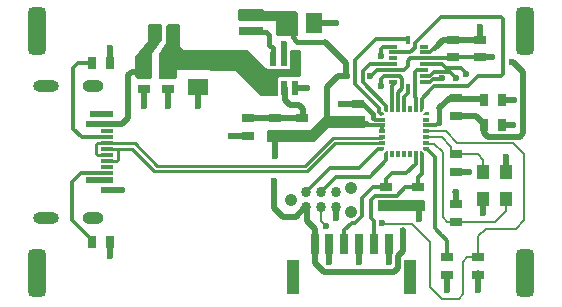
<source format=gbr>
%TF.GenerationSoftware,Altium Limited,DefaultClient, ()*%
G04 Layer_Physical_Order=1*
G04 Layer_Color=255*
%FSLAX26Y26*%
%MOIN*%
%TF.SameCoordinates,6A039D1A-918F-4F28-B2A4-8CF1FEB5A529*%
%TF.FilePolarity,Positive*%
%TF.FileFunction,Copper,L1,Top,Signal*%
%TF.Part,Single*%
G01*
G75*
%TA.AperFunction,SMDPad,CuDef*%
%ADD10R,0.031496X0.039370*%
%TA.AperFunction,ConnectorPad*%
%ADD11R,0.043307X0.023622*%
%ADD12R,0.043307X0.011811*%
%TA.AperFunction,SMDPad,CuDef*%
%ADD13R,0.066929X0.055118*%
%ADD14R,0.039370X0.031496*%
%TA.AperFunction,ConnectorPad*%
%ADD15R,0.078740X0.027559*%
%TA.AperFunction,SMDPad,CuDef*%
%ADD16R,0.055118X0.066929*%
%ADD17R,0.023622X0.047244*%
%ADD18R,0.029528X0.011811*%
%ADD19R,0.011811X0.029528*%
%ADD20R,0.011811X0.021654*%
%ADD21R,0.021654X0.011811*%
%ADD22R,0.011811X0.009842*%
%ADD23R,0.009842X0.011811*%
%TA.AperFunction,ConnectorPad*%
%ADD24R,0.039370X0.114173*%
%ADD25R,0.025591X0.066929*%
%TA.AperFunction,SMDPad,CuDef*%
%ADD26R,0.043307X0.051181*%
%TA.AperFunction,BGAPad,CuDef*%
%ADD27C,0.033976*%
%TA.AperFunction,Conductor*%
%ADD28C,0.019685*%
%ADD29C,0.011811*%
%ADD30C,0.010243*%
%ADD31C,0.015748*%
%ADD32C,0.007874*%
%TA.AperFunction,ComponentPad*%
%ADD33O,0.086614X0.039370*%
%ADD34O,0.070866X0.039370*%
%TA.AperFunction,ViaPad*%
G04:AMPARAMS|DCode=35|XSize=157.48mil|YSize=60mil|CornerRadius=15mil|HoleSize=0mil|Usage=FLASHONLY|Rotation=90.000|XOffset=0mil|YOffset=0mil|HoleType=Round|Shape=RoundedRectangle|*
%AMROUNDEDRECTD35*
21,1,0.157480,0.030000,0,0,90.0*
21,1,0.127480,0.060000,0,0,90.0*
1,1,0.030000,0.015000,0.063740*
1,1,0.030000,0.015000,-0.063740*
1,1,0.030000,-0.015000,-0.063740*
1,1,0.030000,-0.015000,0.063740*
%
%ADD35ROUNDEDRECTD35*%
%TA.AperFunction,ComponentPad*%
%ADD36C,0.042008*%
%TA.AperFunction,ViaPad*%
%ADD37C,0.023622*%
G36*
X-54134Y469488D02*
X52165D01*
X57087Y464567D01*
Y390748D01*
X53150Y386811D01*
X-8858D01*
X-14764Y392716D01*
Y436024D01*
X-16732Y437992D01*
X-138780D01*
X-142716Y441929D01*
Y472441D01*
X-138780Y476378D01*
X-61024D01*
X-54134Y469488D01*
D02*
G37*
G36*
X-394685Y423228D02*
Y372703D01*
X-430118Y325459D01*
Y250984D01*
X-437008Y244095D01*
X-476378D01*
X-484252Y249016D01*
Y252953D01*
X-484252Y317644D01*
X-441929Y370679D01*
X-441929Y423228D01*
X-438976Y426181D01*
X-397638D01*
X-394685Y423228D01*
D02*
G37*
G36*
X-335630Y420276D02*
Y353346D01*
X-323819Y341535D01*
X-112205D01*
X-49213Y278543D01*
X-45535D01*
Y277704D01*
X26844D01*
X31236Y277704D01*
X31496Y278543D01*
X31496Y282597D01*
X31496Y334806D01*
X35273Y338583D01*
X63152Y338583D01*
X66929Y334806D01*
Y255905D01*
X62008Y250984D01*
X-3937D01*
X-7874Y247047D01*
Y246208D01*
X-8134D01*
Y189701D01*
X-11811Y186024D01*
X-66929D01*
X-152559Y271654D01*
X-236220D01*
X-237205Y272638D01*
Y273622D01*
X-238189Y272638D01*
X-312008Y272638D01*
X-346457Y272638D01*
Y248031D01*
X-351378Y243110D01*
X-401452D01*
X-406496Y247594D01*
Y326772D01*
X-380906Y362205D01*
Y421260D01*
X-376969Y425197D01*
X-340551D01*
X-335630Y420276D01*
D02*
G37*
G36*
X475718Y139510D02*
X470010Y133802D01*
X463907D01*
Y153487D01*
X475718D01*
Y139510D01*
D02*
G37*
G36*
X357608Y133802D02*
X351506D01*
X345797Y139510D01*
Y153487D01*
X357608D01*
Y133802D01*
D02*
G37*
G36*
X495403Y121991D02*
X475718D01*
Y128093D01*
X481427Y133802D01*
X495403D01*
Y121991D01*
D02*
G37*
G36*
X345797Y128093D02*
Y121991D01*
X326112D01*
Y133802D01*
X340088D01*
X345797Y128093D01*
D02*
G37*
G36*
X281496Y119094D02*
Y81693D01*
X279528Y79724D01*
X156496D01*
X109252Y32480D01*
X-42323D01*
X-44291Y34449D01*
X-44291Y69634D01*
X-40107Y73819D01*
X96457D01*
X143701Y121063D01*
X279527D01*
X281496Y119094D01*
D02*
G37*
G36*
X495403Y3881D02*
X481427D01*
X475718Y9589D01*
Y15691D01*
X495403D01*
Y3881D01*
D02*
G37*
G36*
X345797Y9589D02*
X340088Y3881D01*
X326112D01*
Y15691D01*
X345797D01*
Y9589D01*
D02*
G37*
G36*
X475718Y-1828D02*
Y-15805D01*
X463907D01*
Y3881D01*
X470010D01*
X475718Y-1828D01*
D02*
G37*
G36*
X357608Y-15805D02*
X345797D01*
Y-1828D01*
X351506Y3881D01*
X357608D01*
Y-15805D01*
D02*
G37*
G36*
X482284Y-163063D02*
Y-192913D01*
X478346Y-196851D01*
X327756D01*
X323819Y-192913D01*
Y-161417D01*
X325517Y-159719D01*
X385827D01*
X389240Y-159040D01*
X477682Y-158487D01*
X482284Y-163063D01*
D02*
G37*
D10*
X-569882Y298228D02*
D03*
X-628937D02*
D03*
X-569882Y-298228D02*
D03*
X-628937D02*
D03*
X-416662Y399606D02*
D03*
X-357607D02*
D03*
X677145Y173228D02*
D03*
X736201D02*
D03*
X677145Y90551D02*
D03*
X736201D02*
D03*
D11*
X-579724Y125984D02*
D03*
Y94488D02*
D03*
Y-94488D02*
D03*
Y-125984D02*
D03*
D12*
Y68898D02*
D03*
Y49213D02*
D03*
Y29528D02*
D03*
Y9842D02*
D03*
Y-9842D02*
D03*
Y-29528D02*
D03*
Y-49213D02*
D03*
Y-68898D02*
D03*
D13*
X-276819Y307795D02*
D03*
Y217795D02*
D03*
D14*
X-375136Y267717D02*
D03*
Y208661D02*
D03*
X-456996Y267716D02*
D03*
Y208661D02*
D03*
X664538Y375000D02*
D03*
Y315945D02*
D03*
X582677Y179134D02*
D03*
Y120079D02*
D03*
X575113Y375000D02*
D03*
Y315945D02*
D03*
X582677Y-65731D02*
D03*
Y-6676D02*
D03*
Y-172807D02*
D03*
Y-231862D02*
D03*
X70866Y112205D02*
D03*
Y53150D02*
D03*
X-110236Y53150D02*
D03*
Y112205D02*
D03*
X255905Y159449D02*
D03*
Y100394D02*
D03*
X-19685Y112205D02*
D03*
Y53150D02*
D03*
X350394Y-116142D02*
D03*
Y-175197D02*
D03*
X456693Y-116142D02*
D03*
Y-175197D02*
D03*
X658465Y-410433D02*
D03*
Y-351378D02*
D03*
X555118Y-408827D02*
D03*
Y-349772D02*
D03*
D15*
X-100423Y402872D02*
D03*
Y459958D02*
D03*
D16*
X111929Y429134D02*
D03*
X21929D02*
D03*
D17*
X48953Y214712D02*
D03*
X11551D02*
D03*
X-25850D02*
D03*
Y309200D02*
D03*
X11551D02*
D03*
X48953D02*
D03*
D18*
X476378Y351703D02*
D03*
Y332018D02*
D03*
Y312333D02*
D03*
Y292647D02*
D03*
Y272962D02*
D03*
Y253278D02*
D03*
Y233592D02*
D03*
X374016D02*
D03*
Y253278D02*
D03*
Y272962D02*
D03*
Y292647D02*
D03*
Y312333D02*
D03*
Y332018D02*
D03*
Y351703D02*
D03*
D19*
X425197Y211939D02*
D03*
Y373356D02*
D03*
D20*
X450128Y-4978D02*
D03*
X430443D02*
D03*
X410758D02*
D03*
X391073D02*
D03*
X371388D02*
D03*
Y142660D02*
D03*
X391073D02*
D03*
X410758D02*
D03*
X430443D02*
D03*
X450128D02*
D03*
D21*
X336939Y29471D02*
D03*
Y49156D02*
D03*
Y68841D02*
D03*
Y88526D02*
D03*
Y108211D02*
D03*
X484577D02*
D03*
Y88526D02*
D03*
Y68841D02*
D03*
Y49156D02*
D03*
Y29471D02*
D03*
D22*
X487529Y9786D02*
D03*
X333986Y127896D02*
D03*
X487529D02*
D03*
X333986Y9786D02*
D03*
D23*
X469813Y145613D02*
D03*
X351702Y-7931D02*
D03*
X469813D02*
D03*
X351702Y145613D02*
D03*
D24*
X432087Y-417323D02*
D03*
X40354D02*
D03*
D25*
X359252Y-307087D02*
D03*
X211614D02*
D03*
X310039D02*
D03*
X260827D02*
D03*
X162402D02*
D03*
X113189D02*
D03*
D26*
X675197Y-155512D02*
D03*
X750000D02*
D03*
X675197Y-64961D02*
D03*
X750000D02*
D03*
D27*
X183858Y-133858D02*
D03*
X133858D02*
D03*
X83858D02*
D03*
X183858Y-183858D02*
D03*
X133858D02*
D03*
X83858D02*
D03*
D28*
X769685Y300197D02*
X770438Y299444D01*
X774375D01*
X808071Y265748D01*
Y62712D02*
Y265748D01*
X263780Y94488D02*
X287402D01*
X665522Y315945D02*
X703740D01*
X661742Y375000D02*
X663140Y373602D01*
X664533Y375005D02*
Y416334D01*
Y375005D02*
X664538Y375000D01*
X664528Y416339D02*
X664533Y416334D01*
X575113Y375000D02*
X661742D01*
X523609Y358255D02*
X539370Y374016D01*
X555593D01*
X664538Y316929D02*
X665522Y315945D01*
X657972Y-460138D02*
Y-405020D01*
X-112205Y53150D02*
X-111221Y52165D01*
X-637795Y-94488D02*
X-579724D01*
X-637795Y94488D02*
X-579724D01*
X-626968Y125984D02*
X-579724D01*
Y-125984D02*
X-527559D01*
X-508858Y256185D02*
X-497327Y267716D01*
X-508858Y114173D02*
Y256185D01*
X-497327Y267716D02*
X-456996D01*
X-579724Y94488D02*
X-528543D01*
X-508858Y114173D01*
X-569882Y298228D02*
Y347441D01*
Y-345472D02*
Y-298228D01*
X-21654Y-187992D02*
X5906Y-215551D01*
X49768D01*
X-21654Y-187992D02*
Y-96457D01*
X218735Y253706D02*
Y297013D01*
X148622Y367126D02*
X218735Y297013D01*
X183858Y-183858D02*
X183957Y-183957D01*
Y-220374D02*
X184055Y-220472D01*
X183957Y-220374D02*
Y-183957D01*
X261811Y159449D02*
X270670D01*
X201772D02*
X255905D01*
X189961Y252953D02*
X219488D01*
X153543Y106439D02*
Y216535D01*
X189961Y252953D01*
X459877Y-181102D02*
X462830Y-178150D01*
X459877Y-222672D02*
Y-181102D01*
X462830Y-178150D02*
X466535D01*
X459877Y-222672D02*
X460630Y-223425D01*
X407480Y-261811D02*
Y-259992D01*
Y-328740D02*
Y-261811D01*
X142716Y-399606D02*
X378233D01*
X389764Y-388075D02*
Y-346457D01*
X378233Y-399606D02*
X389764Y-388075D01*
X113189Y-370079D02*
X142716Y-399606D01*
X389764Y-346457D02*
X407480Y-328740D01*
X750000Y-15748D02*
X750000Y-15748D01*
X749016Y-55118D02*
X750000Y-54134D01*
Y-15748D01*
X675197Y-201772D02*
Y-155512D01*
Y-201772D02*
X675197Y-201772D01*
X589362Y-65740D02*
X625976D01*
X625984Y-65748D01*
X588583Y-64961D02*
X589362Y-65740D01*
X581693Y-133858D02*
X582677Y-134843D01*
Y-172807D02*
Y-134843D01*
X113189Y-370079D02*
Y-307087D01*
X773772Y90551D02*
X774606Y91385D01*
Y91535D01*
X736201Y90551D02*
X773772D01*
X736201Y173228D02*
X773622D01*
X774606Y174213D01*
X678150Y81693D02*
X679134Y82677D01*
X678150Y62712D02*
Y81693D01*
Y62712D02*
X689681Y51181D01*
X796540D02*
X808071Y62712D01*
X689681Y51181D02*
X796540D01*
X80044Y-187328D02*
X80709Y-187992D01*
X86593Y-230294D02*
Y-187992D01*
X77992Y-187328D02*
X80044D01*
X49768Y-215551D02*
X77992Y-187328D01*
X-20177Y-13287D02*
Y52657D01*
X-19685Y53150D01*
X-20669Y-13780D02*
X-20177Y-13287D01*
X259842Y98425D02*
X263780Y94488D01*
X49537Y214128D02*
X86175D01*
X86614Y214567D01*
X48953Y214712D02*
X49537Y214128D01*
X11811Y325787D02*
Y360236D01*
X111929Y429134D02*
X183071D01*
X218735Y253706D02*
X219488Y252953D01*
X-166339Y53150D02*
X-112205D01*
X61303Y156496D02*
X72835Y144965D01*
X29528Y156496D02*
X61303D01*
X69882Y121063D02*
X72835Y124016D01*
Y144965D01*
X13520Y172504D02*
X29528Y156496D01*
X11551Y214712D02*
X13520Y212744D01*
Y172504D02*
Y212744D01*
X-19685Y112205D02*
X64960D01*
X-110236D02*
X-19685D01*
X-110236Y112205D02*
X-110236Y112205D01*
X-276811Y153543D02*
Y204961D01*
X-280512Y208661D02*
X-276811Y204961D01*
X-375127Y153552D02*
X-375118Y153543D01*
X-375127Y206566D02*
X-375000Y206693D01*
X-375127Y153552D02*
Y206566D01*
X-457002Y153549D02*
Y205399D01*
X-457008Y153543D02*
X-457002Y153549D01*
Y205399D02*
X-456693Y205709D01*
X113189Y-282480D02*
Y-256890D01*
X86593Y-230294D02*
X113189Y-256890D01*
X161909Y-365650D02*
Y-316437D01*
X161417Y-315945D02*
X161909Y-316437D01*
X161417Y-366142D02*
X161909Y-365650D01*
X260827Y-366142D02*
Y-307087D01*
X359252Y-364173D02*
Y-307087D01*
X657480Y-404528D02*
X657972Y-405020D01*
X657480Y-460630D02*
X657972Y-460138D01*
X554134Y-458661D02*
X555118Y-457677D01*
Y-408827D01*
X651555Y120079D02*
X673228Y98405D01*
Y94488D02*
Y98405D01*
X582677Y120079D02*
X651555D01*
X672244Y176181D02*
X673228Y177165D01*
X582677Y179134D02*
X585630Y176181D01*
X672244D01*
X527559Y145669D02*
X562992Y181102D01*
X570866D01*
D29*
X287402Y94488D02*
X293364Y88526D01*
X336939D01*
Y68841D02*
Y88526D01*
X476378Y292647D02*
X539045D01*
X550197Y281496D01*
X734223Y449803D02*
X741142Y442884D01*
X532480Y449803D02*
X734223D01*
X657480Y253937D02*
X734223D01*
X741142Y260856D02*
Y442884D01*
X734223Y253937D02*
X741142Y260856D01*
X663553Y315945D02*
X664538Y316929D01*
X575113Y315945D02*
X663553D01*
X476378Y312333D02*
X571501D01*
X575113Y315945D01*
X497372Y233592D02*
X508858Y245079D01*
X535433D02*
X537402Y247047D01*
X508858Y245079D02*
X535433D01*
X476378Y233592D02*
X497372D01*
X618110Y260827D02*
Y262795D01*
X599409Y281496D02*
X618110Y262795D01*
X445866Y363189D02*
X532480Y449803D01*
X550197Y281496D02*
X599409D01*
X511811Y266732D02*
X564541D01*
X425197Y286771D02*
Y305118D01*
X411388Y272962D02*
X425197Y286771D01*
Y305118D02*
X432411Y312333D01*
X476378D01*
X-695866Y-98425D02*
X-666338Y-68898D01*
X-695866Y-227362D02*
X-628937Y-294291D01*
X-695866Y-227362D02*
Y-98425D01*
X-666338Y-68898D02*
X-579724D01*
X-628937Y-298228D02*
Y-294291D01*
X-663386Y49213D02*
X-579724D01*
X-691929Y77756D02*
X-663386Y49213D01*
X-691929Y77756D02*
Y281496D01*
X-675197Y298228D01*
X-628937D01*
X255905Y159449D02*
X257874D01*
X201772Y159449D02*
X201772Y159449D01*
X257874D02*
X261811Y155512D01*
X581562Y249711D02*
X584357D01*
X564541Y266732D02*
X581562Y249711D01*
X584357D02*
X585630Y250984D01*
X498356Y253278D02*
X511811Y266732D01*
X476378Y253278D02*
X498356D01*
X334646Y326772D02*
Y344784D01*
X341565Y351703D01*
X374016D01*
X334646Y319882D02*
X336906Y322142D01*
X374016Y253278D02*
X396329D01*
X345797D02*
X374016D01*
Y272962D02*
X411388D01*
X374016Y332018D02*
X430443D01*
X445866Y347441D02*
Y363189D01*
X430443Y332018D02*
X445866Y347441D01*
X302165Y-158464D02*
X314961Y-145669D01*
X385827D02*
X415354Y-116142D01*
X314961Y-145669D02*
X385827D01*
X624016Y220472D02*
X657480Y253937D01*
X450128Y-39045D02*
Y-4978D01*
X371063Y-70866D02*
X418307D01*
X450128Y-39045D01*
X350394Y-106299D02*
X352333D01*
Y-89596D01*
X371063Y-70866D01*
X456693Y-84646D02*
X469813Y-71526D01*
Y-7931D01*
X456693Y-116142D02*
Y-84646D01*
X313049Y108211D02*
X336939D01*
X163583Y-54134D02*
X260827D01*
X324747Y9786D02*
X333986D01*
X260827Y-54134D02*
X324747Y9786D01*
X87795Y-129921D02*
X163583Y-54134D01*
X299967Y252953D02*
X319977Y272962D01*
X374016D01*
X298228Y252953D02*
X299967D01*
X555118Y-349772D02*
Y-296260D01*
X539370Y-280512D02*
X555118Y-296260D01*
X237205Y-235236D02*
X249016D01*
X271654Y-212599D02*
Y-153543D01*
X249016Y-235236D02*
X271654Y-212599D01*
Y-153543D02*
X309055Y-116142D01*
X211614Y-260827D02*
X237205Y-235236D01*
X211614Y-307087D02*
Y-260827D01*
X302165Y-221457D02*
X310039Y-229331D01*
X302165Y-221457D02*
Y-158464D01*
X310039Y-307087D02*
Y-229331D01*
X415354Y-116142D02*
X456693D01*
X82677Y-129921D02*
X87795D01*
X351702Y-27235D02*
Y-7931D01*
X185039Y-82677D02*
X296260D01*
X351702Y-27235D01*
X512795Y-253937D02*
X538386Y-279527D01*
X512795Y-253937D02*
Y-15480D01*
X487529Y9786D02*
X512795Y-15480D01*
X469813Y177490D02*
X498032Y205709D01*
Y205709D01*
X469813Y145613D02*
Y177490D01*
X498032Y205709D02*
X511811Y219488D01*
X513779Y220472D02*
X624016D01*
X334646Y242126D02*
X345797Y253278D01*
X334646Y218504D02*
Y242126D01*
X351702Y145613D02*
Y154203D01*
X272638Y233268D02*
Y268701D01*
Y233268D02*
X351702Y154203D01*
X296584Y292647D02*
X374016D01*
X272638Y268701D02*
X296584Y292647D01*
X246063Y228346D02*
X327756Y146654D01*
X246063Y228346D02*
Y308071D01*
X327756Y134126D02*
X333986Y127896D01*
X327756Y134126D02*
Y146654D01*
X246063Y308071D02*
X315945Y377953D01*
X424213D01*
X447835Y183071D02*
X450128Y180778D01*
Y142660D02*
Y180778D01*
X447835Y266044D02*
X454753Y272962D01*
X476378D01*
X447835Y184055D02*
Y266044D01*
X371388Y221781D02*
X381890Y232283D01*
X371388Y142660D02*
Y221781D01*
X366142Y233592D02*
X374016D01*
X396329Y253278D02*
X405512Y244095D01*
Y212598D02*
Y244095D01*
X391073Y198159D02*
X405512Y212598D01*
X391073Y142660D02*
Y198159D01*
X410758Y182411D02*
X425197Y196850D01*
Y200787D01*
X410758Y142660D02*
Y182411D01*
X497372Y332018D02*
X511811Y346457D01*
X476378Y332018D02*
X497372D01*
X309055Y-116142D02*
X350394D01*
X137795Y-129921D02*
X185039Y-82677D01*
X133858Y-129921D02*
X137795D01*
X517660Y88526D02*
X527559Y98425D01*
X484577Y88526D02*
X517660D01*
X307087Y114173D02*
X313049Y108211D01*
D30*
X-579724Y-29528D02*
X-547339D01*
X-541339Y10564D02*
X-495024D01*
X-541339Y-23527D02*
Y10564D01*
X-547339Y-29528D02*
X-541339Y-23527D01*
X-579003Y10564D02*
X-541339D01*
X-611126Y-9489D02*
X-580077D01*
X-617126Y-3489D02*
Y23174D01*
X-611126Y29175D02*
X-580077D01*
X-617126Y-3489D02*
X-611126Y-9489D01*
X-617126Y23174D02*
X-611126Y29175D01*
X-580077D02*
X-579724Y29528D01*
X-580077Y-9489D02*
X-579724Y-9842D01*
X-495024Y10564D02*
X-420942Y-63518D01*
X-579003Y28806D02*
X-487468D01*
X-413386Y-45276D01*
X-579724Y29528D02*
X-579003Y28806D01*
X-579724Y9842D02*
X-579003Y10564D01*
X-420942Y-63518D02*
X87072D01*
X-413386Y-45276D02*
X79516D01*
X336218Y48435D02*
X336939Y49156D01*
X173226Y48435D02*
X336218D01*
X79516Y-45276D02*
X173226Y48435D01*
X336218Y30192D02*
X336939Y29471D01*
X180783Y30192D02*
X336218D01*
X87072Y-63518D02*
X180783Y30192D01*
D31*
X39370Y382874D02*
X55118Y367126D01*
X148622D01*
X-39370Y358268D02*
Y390415D01*
X-26748Y310098D02*
Y345646D01*
X-39370Y358268D02*
X-26748Y345646D01*
Y310098D02*
X-25850Y309200D01*
X307087Y114173D02*
Y125984D01*
X273622Y159449D02*
X307087Y125984D01*
X-97192Y399640D02*
X-48595D01*
X-100423Y402872D02*
X-97192Y399640D01*
X-48595D02*
X-39370Y390415D01*
X39370Y382874D02*
Y402559D01*
X511811Y346457D02*
X523609Y358255D01*
X527559Y98425D02*
Y145669D01*
D32*
X133858Y-229331D02*
X151575Y-247047D01*
X133858Y-229331D02*
Y-183858D01*
X329724Y-238189D02*
X438976D01*
X499016Y-298228D01*
Y-449803D02*
Y-298228D01*
Y-449803D02*
X537402Y-488189D01*
X594488D01*
X608268Y-474409D01*
Y-365158D01*
X622047Y-351378D02*
X658465D01*
X608268Y-365158D02*
X622047Y-351378D01*
X784449Y-254921D02*
X812008Y-227362D01*
Y-210630D01*
X658465Y-279527D02*
X683071Y-254921D01*
X784449D01*
X658465Y-351378D02*
Y-279527D01*
X774606Y29527D02*
X812008Y-7874D01*
Y-209646D02*
Y-7874D01*
X588583Y29527D02*
X774606D01*
X549269Y68841D02*
X588583Y29527D01*
X535949Y49156D02*
X569035Y16070D01*
Y5135D02*
Y16070D01*
Y5135D02*
X580846Y-6676D01*
X591781D01*
X484577Y49156D02*
X535949D01*
X484577Y68841D02*
X549269D01*
X511811Y27559D02*
X539370Y-0D01*
Y-216536D02*
Y-0D01*
Y-216536D02*
X554697Y-231862D01*
X591781Y-6676D02*
X656282D01*
X713020Y-231862D02*
X750000Y-194882D01*
X582677Y-231862D02*
X713020D01*
X554697D02*
X582677D01*
X750000Y-194882D02*
Y-155512D01*
X656282Y-6676D02*
X675197Y-25590D01*
Y-64961D02*
Y-25590D01*
X486489Y27559D02*
X511811D01*
X484577Y29471D02*
X486489Y27559D01*
D33*
X-782480Y221260D02*
D03*
Y-221260D02*
D03*
D34*
X-625000D02*
D03*
Y221260D02*
D03*
D35*
X814961Y402362D02*
D03*
Y-402362D02*
D03*
X-811024D02*
D03*
Y402362D02*
D03*
D36*
X233858Y-198858D02*
D03*
Y-118858D02*
D03*
X33858Y-158858D02*
D03*
D37*
X769685Y300197D02*
D03*
X703740Y315945D02*
D03*
X664528Y416339D02*
D03*
X537402Y247047D02*
D03*
X618110Y260827D02*
D03*
X-637795Y94488D02*
D03*
Y-94488D02*
D03*
X-626968Y125984D02*
D03*
X-527559Y-125984D02*
D03*
X-569882Y-345472D02*
D03*
Y347441D02*
D03*
X184055Y-220472D02*
D03*
X201772Y159449D02*
D03*
X585630Y246063D02*
D03*
X334646Y319882D02*
D03*
X460630Y-223425D02*
D03*
X407480Y-261811D02*
D03*
X750000Y-15748D02*
D03*
X675197Y-204724D02*
D03*
X582677Y-134843D02*
D03*
X625984Y-65748D02*
D03*
X775591Y90551D02*
D03*
X776575Y173228D02*
D03*
X-21654Y-96457D02*
D03*
X-20669Y-13780D02*
D03*
X86614Y213543D02*
D03*
X11811Y360236D02*
D03*
X219488Y252953D02*
D03*
X298228D02*
D03*
X183071Y429134D02*
D03*
X-166339Y53150D02*
D03*
X-375118Y153543D02*
D03*
X-276811D02*
D03*
X-457008D02*
D03*
X359252Y-366142D02*
D03*
X260827D02*
D03*
X151575Y-247047D02*
D03*
X337598Y-237205D02*
D03*
X161417Y-366142D02*
D03*
X657480Y-460630D02*
D03*
X555118D02*
D03*
X334646Y218504D02*
D03*
%TF.MD5,5e625617ce5cc37082818ed4269d15b6*%
M02*

</source>
